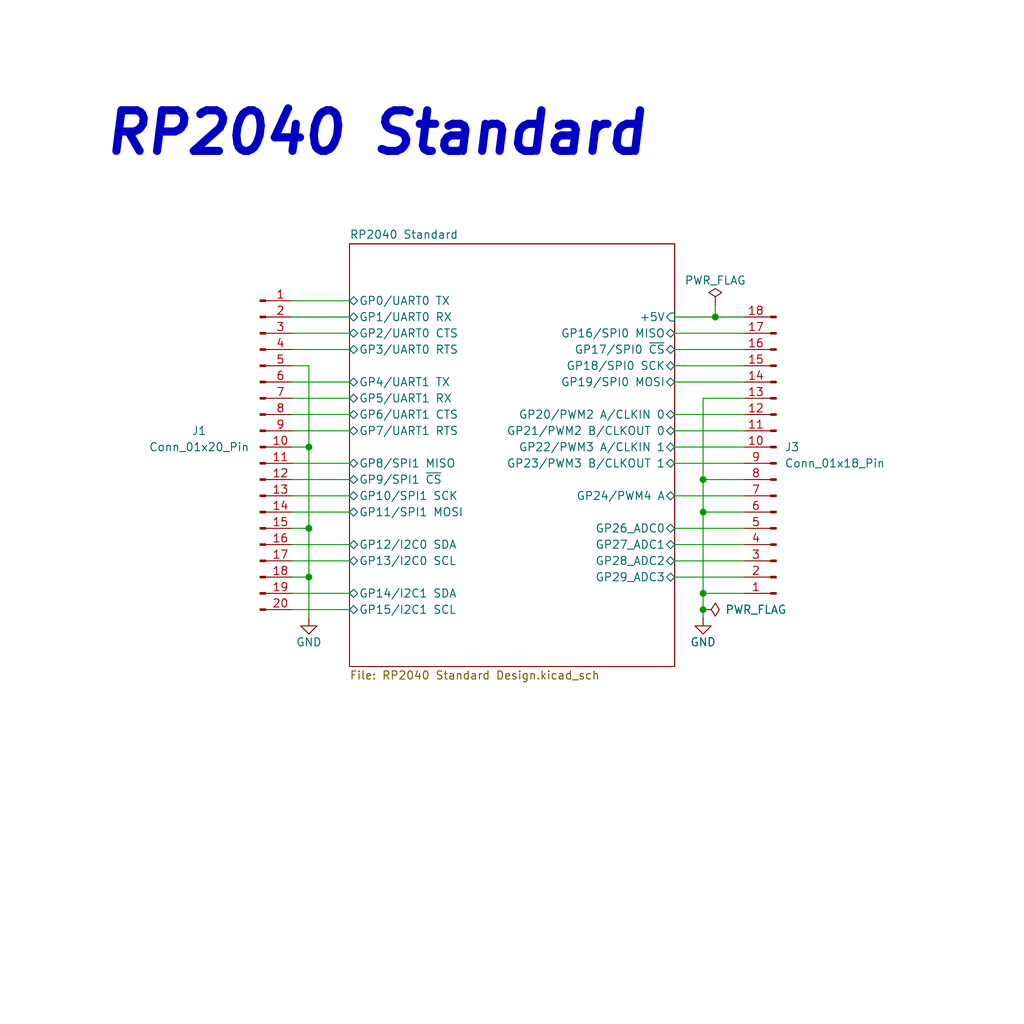
<source format=kicad_sch>
(kicad_sch (version 20231120) (generator "eeschema") (generator_version "8.0")
  (paper "User" 160 160)
  (title_block (title "RP2040 Standard Design") (date "2024-12-29") (rev "V2") (company "Porto Space Team") (comment 1 "Miguel Amorim"))
  (lib_symbols
    (symbol "Connector:Conn_01x18_Pin" (pin_names (offset 1.016) hide)
      (property "Reference" "J" (at 0 22.86 0))
      (property "Value" "Conn_01x18_Pin" (at 0 -25.4 0))
      (symbol "Conn_01x18_Pin_1_1"
        (polyline (pts (xy 1.27 -22.86) (xy 0.8636 -22.86)) (stroke (width 0.1524)))
        (polyline (pts (xy 1.27 -20.32) (xy 0.8636 -20.32)) (stroke (width 0.1524)))
        (polyline (pts (xy 1.27 -17.78) (xy 0.8636 -17.78)) (stroke (width 0.1524)))
        (polyline (pts (xy 1.27 -15.24) (xy 0.8636 -15.24)) (stroke (width 0.1524)))
        (polyline (pts (xy 1.27 -12.7) (xy 0.8636 -12.7)) (stroke (width 0.1524)))
        (polyline (pts (xy 1.27 -10.16) (xy 0.8636 -10.16)) (stroke (width 0.1524)))
        (polyline (pts (xy 1.27 -7.62) (xy 0.8636 -7.62)) (stroke (width 0.1524)))
        (polyline (pts (xy 1.27 -5.08) (xy 0.8636 -5.08)) (stroke (width 0.1524)))
        (polyline (pts (xy 1.27 -2.54) (xy 0.8636 -2.54)) (stroke (width 0.1524)))
        (polyline (pts (xy 1.27 0) (xy 0.8636 0)) (stroke (width 0.1524)))
        (polyline (pts (xy 1.27 2.54) (xy 0.8636 2.54)) (stroke (width 0.1524)))
        (polyline (pts (xy 1.27 5.08) (xy 0.8636 5.08)) (stroke (width 0.1524)))
        (polyline (pts (xy 1.27 7.62) (xy 0.8636 7.62)) (stroke (width 0.1524)))
        (polyline (pts (xy 1.27 10.16) (xy 0.8636 10.16)) (stroke (width 0.1524)))
        (polyline (pts (xy 1.27 12.7) (xy 0.8636 12.7)) (stroke (width 0.1524)))
        (polyline (pts (xy 1.27 15.24) (xy 0.8636 15.24)) (stroke (width 0.1524)))
        (polyline (pts (xy 1.27 17.78) (xy 0.8636 17.78)) (stroke (width 0.1524)))
        (polyline (pts (xy 1.27 20.32) (xy 0.8636 20.32)) (stroke (width 0.1524)))
        (rectangle (start 0.8636 -22.733) (end 0 -22.987) (stroke (width 0.1524)) (fill (type outline)))
        (rectangle (start 0.8636 -20.193) (end 0 -20.447) (stroke (width 0.1524)) (fill (type outline)))
        (rectangle (start 0.8636 -17.653) (end 0 -17.907) (stroke (width 0.1524)) (fill (type outline)))
        (rectangle (start 0.8636 -15.113) (end 0 -15.367) (stroke (width 0.1524)) (fill (type outline)))
        (rectangle (start 0.8636 -12.573) (end 0 -12.827) (stroke (width 0.1524)) (fill (type outline)))
        (rectangle (start 0.8636 -10.033) (end 0 -10.287) (stroke (width 0.1524)) (fill (type outline)))
        (rectangle (start 0.8636 -7.493) (end 0 -7.747) (stroke (width 0.1524)) (fill (type outline)))
        (rectangle (start 0.8636 -4.953) (end 0 -5.207) (stroke (width 0.1524)) (fill (type outline)))
        (rectangle (start 0.8636 -2.413) (end 0 -2.667) (stroke (width 0.1524)) (fill (type outline)))
        (rectangle (start 0.8636 0.127) (end 0 -0.127) (stroke (width 0.1524)) (fill (type outline)))
        (rectangle (start 0.8636 2.667) (end 0 2.413) (stroke (width 0.1524)) (fill (type outline)))
        (rectangle (start 0.8636 5.207) (end 0 4.953) (stroke (width 0.1524)) (fill (type outline)))
        (rectangle (start 0.8636 7.747) (end 0 7.493) (stroke (width 0.1524)) (fill (type outline)))
        (rectangle (start 0.8636 10.287) (end 0 10.033) (stroke (width 0.1524)) (fill (type outline)))
        (rectangle (start 0.8636 12.827) (end 0 12.573) (stroke (width 0.1524)) (fill (type outline)))
        (rectangle (start 0.8636 15.367) (end 0 15.113) (stroke (width 0.1524)) (fill (type outline)))
        (rectangle (start 0.8636 17.907) (end 0 17.653) (stroke (width 0.1524)) (fill (type outline)))
        (rectangle (start 0.8636 20.447) (end 0 20.193) (stroke (width 0.1524)) (fill (type outline)))
        (pin passive line (at 5.08 20.32 180) (length 3.81) (name "Pin_1") (number "1"))
        (pin passive line (at 5.08 -2.54 180) (length 3.81) (name "Pin_10") (number "10"))
        (pin passive line (at 5.08 -5.08 180) (length 3.81) (name "Pin_11") (number "11"))
        (pin passive line (at 5.08 -7.62 180) (length 3.81) (name "Pin_12") (number "12"))
        (pin passive line (at 5.08 -10.16 180) (length 3.81) (name "Pin_13") (number "13"))
        (pin passive line (at 5.08 -12.7 180) (length 3.81) (name "Pin_14") (number "14"))
        (pin passive line (at 5.08 -15.24 180) (length 3.81) (name "Pin_15") (number "15"))
        (pin passive line (at 5.08 -17.78 180) (length 3.81) (name "Pin_16") (number "16"))
        (pin passive line (at 5.08 -20.32 180) (length 3.81) (name "Pin_17") (number "17"))
        (pin passive line (at 5.08 -22.86 180) (length 3.81) (name "Pin_18") (number "18"))
        (pin passive line (at 5.08 17.78 180) (length 3.81) (name "Pin_2") (number "2"))
        (pin passive line (at 5.08 15.24 180) (length 3.81) (name "Pin_3") (number "3"))
        (pin passive line (at 5.08 12.7 180) (length 3.81) (name "Pin_4") (number "4"))
        (pin passive line (at 5.08 10.16 180) (length 3.81) (name "Pin_5") (number "5"))
        (pin passive line (at 5.08 7.62 180) (length 3.81) (name "Pin_6") (number "6"))
        (pin passive line (at 5.08 5.08 180) (length 3.81) (name "Pin_7") (number "7"))
        (pin passive line (at 5.08 2.54 180) (length 3.81) (name "Pin_8") (number "8"))
        (pin passive line (at 5.08 0 180) (length 3.81) (name "Pin_9") (number "9"))
      )
    )
    (symbol "Connector:Conn_01x20_Pin" (pin_names (offset 1.016) hide)
      (property "Reference" "J" (at 0 25.4 0))
      (property "Value" "Conn_01x20_Pin" (at 0 -27.94 0))
      (symbol "Conn_01x20_Pin_1_1"
        (polyline (pts (xy 1.27 -25.4) (xy 0.8636 -25.4)) (stroke (width 0.1524)))
        (polyline (pts (xy 1.27 -22.86) (xy 0.8636 -22.86)) (stroke (width 0.1524)))
        (polyline (pts (xy 1.27 -20.32) (xy 0.8636 -20.32)) (stroke (width 0.1524)))
        (polyline (pts (xy 1.27 -17.78) (xy 0.8636 -17.78)) (stroke (width 0.1524)))
        (polyline (pts (xy 1.27 -15.24) (xy 0.8636 -15.24)) (stroke (width 0.1524)))
        (polyline (pts (xy 1.27 -12.7) (xy 0.8636 -12.7)) (stroke (width 0.1524)))
        (polyline (pts (xy 1.27 -10.16) (xy 0.8636 -10.16)) (stroke (width 0.1524)))
        (polyline (pts (xy 1.27 -7.62) (xy 0.8636 -7.62)) (stroke (width 0.1524)))
        (polyline (pts (xy 1.27 -5.08) (xy 0.8636 -5.08)) (stroke (width 0.1524)))
        (polyline (pts (xy 1.27 -2.54) (xy 0.8636 -2.54)) (stroke (width 0.1524)))
        (polyline (pts (xy 1.27 0) (xy 0.8636 0)) (stroke (width 0.1524)))
        (polyline (pts (xy 1.27 2.54) (xy 0.8636 2.54)) (stroke (width 0.1524)))
        (polyline (pts (xy 1.27 5.08) (xy 0.8636 5.08)) (stroke (width 0.1524)))
        (polyline (pts (xy 1.27 7.62) (xy 0.8636 7.62)) (stroke (width 0.1524)))
        (polyline (pts (xy 1.27 10.16) (xy 0.8636 10.16)) (stroke (width 0.1524)))
        (polyline (pts (xy 1.27 12.7) (xy 0.8636 12.7)) (stroke (width 0.1524)))
        (polyline (pts (xy 1.27 15.24) (xy 0.8636 15.24)) (stroke (width 0.1524)))
        (polyline (pts (xy 1.27 17.78) (xy 0.8636 17.78)) (stroke (width 0.1524)))
        (polyline (pts (xy 1.27 20.32) (xy 0.8636 20.32)) (stroke (width 0.1524)))
        (polyline (pts (xy 1.27 22.86) (xy 0.8636 22.86)) (stroke (width 0.1524)))
        (rectangle (start 0.8636 -25.273) (end 0 -25.527) (stroke (width 0.1524)) (fill (type outline)))
        (rectangle (start 0.8636 -22.733) (end 0 -22.987) (stroke (width 0.1524)) (fill (type outline)))
        (rectangle (start 0.8636 -20.193) (end 0 -20.447) (stroke (width 0.1524)) (fill (type outline)))
        (rectangle (start 0.8636 -17.653) (end 0 -17.907) (stroke (width 0.1524)) (fill (type outline)))
        (rectangle (start 0.8636 -15.113) (end 0 -15.367) (stroke (width 0.1524)) (fill (type outline)))
        (rectangle (start 0.8636 -12.573) (end 0 -12.827) (stroke (width 0.1524)) (fill (type outline)))
        (rectangle (start 0.8636 -10.033) (end 0 -10.287) (stroke (width 0.1524)) (fill (type outline)))
        (rectangle (start 0.8636 -7.493) (end 0 -7.747) (stroke (width 0.1524)) (fill (type outline)))
        (rectangle (start 0.8636 -4.953) (end 0 -5.207) (stroke (width 0.1524)) (fill (type outline)))
        (rectangle (start 0.8636 -2.413) (end 0 -2.667) (stroke (width 0.1524)) (fill (type outline)))
        (rectangle (start 0.8636 0.127) (end 0 -0.127) (stroke (width 0.1524)) (fill (type outline)))
        (rectangle (start 0.8636 2.667) (end 0 2.413) (stroke (width 0.1524)) (fill (type outline)))
        (rectangle (start 0.8636 5.207) (end 0 4.953) (stroke (width 0.1524)) (fill (type outline)))
        (rectangle (start 0.8636 7.747) (end 0 7.493) (stroke (width 0.1524)) (fill (type outline)))
        (rectangle (start 0.8636 10.287) (end 0 10.033) (stroke (width 0.1524)) (fill (type outline)))
        (rectangle (start 0.8636 12.827) (end 0 12.573) (stroke (width 0.1524)) (fill (type outline)))
        (rectangle (start 0.8636 15.367) (end 0 15.113) (stroke (width 0.1524)) (fill (type outline)))
        (rectangle (start 0.8636 17.907) (end 0 17.653) (stroke (width 0.1524)) (fill (type outline)))
        (rectangle (start 0.8636 20.447) (end 0 20.193) (stroke (width 0.1524)) (fill (type outline)))
        (rectangle (start 0.8636 22.987) (end 0 22.733) (stroke (width 0.1524)) (fill (type outline)))
        (pin passive line (at 5.08 22.86 180) (length 3.81) (name "Pin_1") (number "1"))
        (pin passive line (at 5.08 0 180) (length 3.81) (name "Pin_10") (number "10"))
        (pin passive line (at 5.08 -2.54 180) (length 3.81) (name "Pin_11") (number "11"))
        (pin passive line (at 5.08 -5.08 180) (length 3.81) (name "Pin_12") (number "12"))
        (pin passive line (at 5.08 -7.62 180) (length 3.81) (name "Pin_13") (number "13"))
        (pin passive line (at 5.08 -10.16 180) (length 3.81) (name "Pin_14") (number "14"))
        (pin passive line (at 5.08 -12.7 180) (length 3.81) (name "Pin_15") (number "15"))
        (pin passive line (at 5.08 -15.24 180) (length 3.81) (name "Pin_16") (number "16"))
        (pin passive line (at 5.08 -17.78 180) (length 3.81) (name "Pin_17") (number "17"))
        (pin passive line (at 5.08 -20.32 180) (length 3.81) (name "Pin_18") (number "18"))
        (pin passive line (at 5.08 -22.86 180) (length 3.81) (name "Pin_19") (number "19"))
        (pin passive line (at 5.08 20.32 180) (length 3.81) (name "Pin_2") (number "2"))
        (pin passive line (at 5.08 -25.4 180) (length 3.81) (name "Pin_20") (number "20"))
        (pin passive line (at 5.08 17.78 180) (length 3.81) (name "Pin_3") (number "3"))
        (pin passive line (at 5.08 15.24 180) (length 3.81) (name "Pin_4") (number "4"))
        (pin passive line (at 5.08 12.7 180) (length 3.81) (name "Pin_5") (number "5"))
        (pin passive line (at 5.08 10.16 180) (length 3.81) (name "Pin_6") (number "6"))
        (pin passive line (at 5.08 7.62 180) (length 3.81) (name "Pin_7") (number "7"))
        (pin passive line (at 5.08 5.08 180) (length 3.81) (name "Pin_8") (number "8"))
        (pin passive line (at 5.08 2.54 180) (length 3.81) (name "Pin_9") (number "9"))
      )
    )
    (symbol "power:GND" (power) (pin_numbers hide) (pin_names (offset 0) hide)
      (property "Value" "GND" (at 0 -3.81 0))
      (symbol "GND_0_1"
        (polyline (pts (xy 0 0) (xy 0 -1.27) (xy 1.27 -1.27) (xy 0 -2.54) (xy -1.27 -1.27) (xy 0 -1.27)))
      )
      (symbol "GND_1_1"
        (pin power_in line (at 0 0 270) (length 0) (name "~") (number "1"))
      )
    )
    (symbol "power:PWR_FLAG" (power) (pin_numbers hide) (pin_names (offset 0) hide)
      (property "Value" "PWR_FLAG" (at 0 3.81 0))
      (symbol "PWR_FLAG_0_0"
        (pin power_out line (at 0 0 90) (length 0) (name "~") (number "1"))
      )
      (symbol "PWR_FLAG_0_1"
        (polyline (pts (xy 0 0) (xy 0 1.27) (xy -1.016 1.905) (xy 0 2.54) (xy 1.016 1.905) (xy 0 1.27)))
      )
    )
  )
  (junction (at 109.855 92.71))
  (junction (at 109.855 95.25))
  (junction (at 109.855 74.93))
  (junction (at 109.855 80.01))
  (junction (at 48.26 90.17))
  (junction (at 48.26 69.85))
  (junction (at 48.26 82.55))
  (junction (at 111.76 49.53))
  (wire (pts (xy 45.72 49.53) (xy 54.61 49.53)))
  (wire (pts (xy 45.72 59.69) (xy 54.61 59.69)))
  (wire (pts (xy 45.72 67.31) (xy 54.61 67.31)))
  (wire (pts (xy 45.72 57.15) (xy 48.26 57.15)))
  (wire (pts (xy 105.41 87.63) (xy 116.205 87.63)))
  (wire (pts (xy 105.41 64.77) (xy 116.205 64.77)))
  (wire (pts (xy 109.855 80.01) (xy 116.205 80.01)))
  (wire (pts (xy 105.41 59.69) (xy 116.205 59.69)))
  (wire (pts (xy 45.72 87.63) (xy 54.61 87.63)))
  (wire (pts (xy 45.72 62.23) (xy 54.61 62.23)))
  (wire (pts (xy 45.72 85.09) (xy 54.61 85.09)))
  (wire (pts (xy 48.26 69.85) (xy 48.26 82.55)))
  (wire (pts (xy 45.72 92.71) (xy 54.61 92.71)))
  (wire (pts (xy 45.72 54.61) (xy 54.61 54.61)))
  (wire (pts (xy 111.76 49.53) (xy 116.205 49.53)))
  (wire (pts (xy 109.855 74.93) (xy 109.855 80.01)))
  (wire (pts (xy 109.855 80.01) (xy 109.855 92.71)))
  (wire (pts (xy 116.205 62.23) (xy 109.855 62.23)))
  (wire (pts (xy 105.41 77.47) (xy 116.205 77.47)))
  (wire (pts (xy 105.41 85.09) (xy 116.205 85.09)))
  (wire (pts (xy 105.41 57.15) (xy 116.205 57.15)))
  (wire (pts (xy 45.72 80.01) (xy 54.61 80.01)))
  (wire (pts (xy 45.72 64.77) (xy 54.61 64.77)))
  (wire (pts (xy 109.855 62.23) (xy 109.855 74.93)))
  (wire (pts (xy 48.26 57.15) (xy 48.26 69.85)))
  (wire (pts (xy 45.72 77.47) (xy 54.61 77.47)))
  (wire (pts (xy 45.72 46.99) (xy 54.61 46.99)))
  (wire (pts (xy 105.41 49.53) (xy 111.76 49.53)))
  (wire (pts (xy 109.855 92.71) (xy 109.855 95.25)))
  (wire (pts (xy 45.72 72.39) (xy 54.61 72.39)))
  (wire (pts (xy 105.41 69.85) (xy 116.205 69.85)))
  (wire (pts (xy 45.72 90.17) (xy 48.26 90.17)))
  (wire (pts (xy 48.26 90.17) (xy 48.26 96.52)))
  (wire (pts (xy 45.72 69.85) (xy 48.26 69.85)))
  (wire (pts (xy 105.41 90.17) (xy 116.205 90.17)))
  (wire (pts (xy 105.41 72.39) (xy 116.205 72.39)))
  (wire (pts (xy 45.72 95.25) (xy 54.61 95.25)))
  (wire (pts (xy 109.855 95.25) (xy 109.855 96.52)))
  (wire (pts (xy 48.26 82.55) (xy 48.26 90.17)))
  (wire (pts (xy 105.41 67.31) (xy 116.205 67.31)))
  (wire (pts (xy 105.41 54.61) (xy 116.205 54.61)))
  (wire (pts (xy 109.855 74.93) (xy 116.205 74.93)))
  (wire (pts (xy 45.72 52.07) (xy 54.61 52.07)))
  (wire (pts (xy 105.41 82.55) (xy 116.205 82.55)))
  (wire (pts (xy 111.76 47.625) (xy 111.76 49.53)))
  (wire (pts (xy 45.72 74.93) (xy 54.61 74.93)))
  (wire (pts (xy 45.72 82.55) (xy 48.26 82.55)))
  (wire (pts (xy 109.855 92.71) (xy 116.205 92.71)))
  (wire (pts (xy 105.41 52.07) (xy 116.205 52.07)))
  (text "RP2040 Standard\n" (at 15.875 20.955 0) (effects (font (size 6.35 6.35) (thickness 1.27) (bold yes) (italic yes)) (justify left)))
  (symbol (lib_id "power:PWR_FLAG") (at 111.76 47.625 0) (unit 1)
    (property "Reference" "#FLG01" (effects (hide yes)))
    (property "Value" "PWR_FLAG" (at 111.76 43.815 0))
    (property "Description" "Special symbol for telling ERC where power comes from" (effects (hide yes)))
  )
  (symbol (lib_id "power:GND") (at 109.855 96.52 0) (unit 1)
    (property "Reference" "#PWR01" (effects (hide yes)))
    (property "Value" "GND" (at 109.855 100.33 0))
    (property "Description" "Power symbol creates a global label with name \"GND\" , ground" (effects (hide yes)))
  )
  (symbol (lib_id "Connector:Conn_01x18_Pin") (at 121.285 72.39 180) (unit 1)
    (property "Reference" "J3" (at 122.555 69.8499 0) (effects (justify right)))
    (property "Value" "Conn_01x18_Pin" (at 122.555 72.3899 0) (effects (justify right)))
    (property "Description" "Generic connector, single row, 01x18, script generated" (effects (hide yes)))
  )
  (symbol (lib_id "Connector:Conn_01x20_Pin") (at 40.64 69.85 0) (unit 1)
    (property "Reference" "J1" (at 31.115 67.31 0))
    (property "Value" "Conn_01x20_Pin" (at 31.115 69.85 0))
    (property "Description" "Generic connector, single row, 01x20, script generated" (effects (hide yes)))
  )
  (symbol (lib_id "power:GND") (at 48.26 96.52 0) (unit 1)
    (property "Reference" "#PWR03" (effects (hide yes)))
    (property "Value" "GND" (at 48.26 100.33 0))
    (property "Description" "Power symbol creates a global label with name \"GND\" , ground" (effects (hide yes)))
  )
  (symbol (lib_id "power:PWR_FLAG") (at 109.855 95.25 270) (unit 1)
    (property "Reference" "#FLG02" (effects (hide yes)))
    (property "Value" "PWR_FLAG" (at 118.11 95.25 90))
    (property "Description" "Special symbol for telling ERC where power comes from" (effects (hide yes)))
  )
  (sheet (at 54.61 38.1) (size 50.8 66.04) (stroke (width 0.1524))
    (property "Sheetname" "RP2040 Standard" (at 54.61 37.3884 0) (effects (justify left bottom)))
    (property "Sheetfile" "RP2040 Standard Design.kicad_sch" (at 54.61 104.775 0) (effects (justify left top)))
    (pin "GP21{slash}PWM2 B{slash}CLKOUT 0" bidirectional (at 105.41 67.31 0))
    (pin "GP20{slash}PWM2 A{slash}CLKIN 0" bidirectional (at 105.41 64.77 0))
    (pin "GP24{slash}PWM4 A" bidirectional (at 105.41 77.47 0))
    (pin "GP22{slash}PWM3 A{slash}CLKIN 1" bidirectional (at 105.41 69.85 0))
    (pin "GP23{slash}PWM3 B{slash}CLKOUT 1" bidirectional (at 105.41 72.39 0))
    (pin "GP29_ADC3" bidirectional (at 105.41 90.17 0))
    (pin "GP27_ADC1" bidirectional (at 105.41 85.09 0))
    (pin "GP28_ADC2" bidirectional (at 105.41 87.63 0))
    (pin "GP26_ADC0" bidirectional (at 105.41 82.55 0))
    (pin "GP15{slash}I2C1 SCL" bidirectional (at 54.61 95.25 180))
    (pin "GP19{slash}SPI0 MOSI" bidirectional (at 105.41 59.69 0))
    (pin "GP18{slash}SPI0 SCK" bidirectional (at 105.41 57.15 0))
    (pin "GP17{slash}SPI0 ~{CS}" bidirectional (at 105.41 54.61 0))
    (pin "GP3{slash}UART0 RTS" bidirectional (at 54.61 54.61 180))
    (pin "GP1{slash}UART0 RX" bidirectional (at 54.61 49.53 180))
    (pin "GP5{slash}UART1 RX" bidirectional (at 54.61 62.23 180))
    (pin "GP2{slash}UART0 CTS" bidirectional (at 54.61 52.07 180))
    (pin "GP6{slash}UART1 CTS" bidirectional (at 54.61 64.77 180))
    (pin "GP7{slash}UART1 RTS" bidirectional (at 54.61 67.31 180))
    (pin "GP8{slash}SPI1 MISO" bidirectional (at 54.61 72.39 180))
    (pin "GP12{slash}I2C0 SDA" bidirectional (at 54.61 85.09 180))
    (pin "GP11{slash}SPI1 MOSI" bidirectional (at 54.61 80.01 180))
    (pin "GP14{slash}I2C1 SDA" bidirectional (at 54.61 92.71 180))
    (pin "GP13{slash}I2C0 SCL" bidirectional (at 54.61 87.63 180))
    (pin "GP9{slash}SPI1 ~{CS}" bidirectional (at 54.61 74.93 180))
    (pin "GP10{slash}SPI1 SCK" bidirectional (at 54.61 77.47 180))
    (pin "GP16{slash}SPI0 MISO" bidirectional (at 105.41 52.07 0))
    (pin "GP4{slash}UART1 TX" bidirectional (at 54.61 59.69 180))
    (pin "GP0{slash}UART0 TX" bidirectional (at 54.61 46.99 180))
    (pin "+5V" input (at 105.41 49.53 0))
  )
)
</source>
